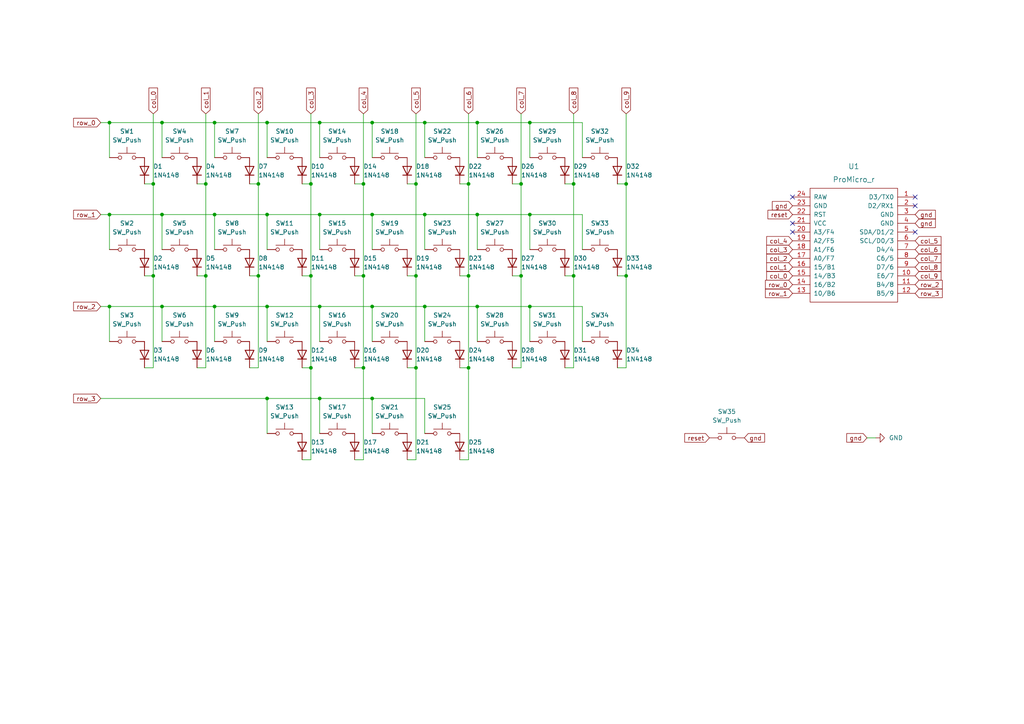
<source format=kicad_sch>
(kicad_sch (version 20210621) (generator eeschema)
  (paper "A4")
  (lib_symbols
    (symbol "Diode:1N4148" (pin_numbers hide) (pin_names (offset 1.016) hide)
      (property "Reference" "D" (at 0 2.54 0))
      (property "Value" "1N4148" (at 0 -2.54 0))
      (symbol "1N4148_0_1"
        (polyline (pts (xy -1.27 1.27) (xy -1.27 -1.27)) (stroke (width 0.254)))
        (polyline (pts (xy 1.27 0) (xy -1.27 0)))
        (polyline (pts (xy 1.27 1.27) (xy 1.27 -1.27) (xy -1.27 0) (xy 1.27 1.27)) (stroke (width 0.254)))
      )
      (symbol "1N4148_1_1"
        (pin passive line (at -3.81 0 0) (length 2.54) (name "K") (number "1"))
        (pin passive line (at 3.81 0 180) (length 2.54) (name "A") (number "2"))
      )
    )
    (symbol "Switch:SW_Push" (pin_numbers hide) (pin_names (offset 1.016) hide)
      (property "Reference" "SW" (at 1.27 2.54 0))
      (property "Value" "SW_Push" (at 0 -1.524 0))
      (symbol "SW_Push_0_1"
        (circle (center -2.032 0) (radius 0.508))
        (circle (center 2.032 0) (radius 0.508))
        (polyline (pts (xy 0 1.27) (xy 0 3.048)))
        (polyline (pts (xy 2.54 1.27) (xy -2.54 1.27)))
        (pin passive line (at -5.08 0 0) (length 2.54) (name "1") (number "1"))
        (pin passive line (at 5.08 0 180) (length 2.54) (name "2") (number "2"))
      )
    )
    (symbol "kbd:ProMicro_r" (pin_names (offset 1.016))
      (property "Reference" "U" (at 1.27 22.86 0))
      (property "Value" "ProMicro_r" (at 1.27 -15.24 0))
      (symbol "ProMicro_r_0_1"
        (rectangle (start 13.97 20.32) (end -11.43 -12.7))
      )
      (symbol "ProMicro_r_1_1"
        (pin bidirectional line (at 19.05 17.78 180) (length 5.08) (name "D3/TX0") (number "1"))
        (pin bidirectional line (at 19.05 -5.08 180) (length 5.08) (name "E6/7") (number "10"))
        (pin bidirectional line (at 19.05 -7.62 180) (length 5.08) (name "B4/8") (number "11"))
        (pin bidirectional line (at 19.05 -10.16 180) (length 5.08) (name "B5/9") (number "12"))
        (pin bidirectional line (at -16.51 -10.16 0) (length 5.08) (name "10/B6") (number "13"))
        (pin bidirectional line (at -16.51 -7.62 0) (length 5.08) (name "16/B2") (number "14"))
        (pin bidirectional line (at -16.51 -5.08 0) (length 5.08) (name "14/B3") (number "15"))
        (pin bidirectional line (at -16.51 -2.54 0) (length 5.08) (name "15/B1") (number "16"))
        (pin bidirectional line (at -16.51 0 0) (length 5.08) (name "A0/F7") (number "17"))
        (pin bidirectional line (at -16.51 2.54 0) (length 5.08) (name "A1/F6") (number "18"))
        (pin bidirectional line (at -16.51 5.08 0) (length 5.08) (name "A2/F5") (number "19"))
        (pin bidirectional line (at 19.05 15.24 180) (length 5.08) (name "D2/RX1") (number "2"))
        (pin bidirectional line (at -16.51 7.62 0) (length 5.08) (name "A3/F4") (number "20"))
        (pin power_in line (at -16.51 10.16 0) (length 5.08) (name "VCC") (number "21"))
        (pin input line (at -16.51 12.7 0) (length 5.08) (name "RST") (number "22"))
        (pin power_in line (at -16.51 15.24 0) (length 5.08) (name "GND") (number "23"))
        (pin power_out line (at -16.51 17.78 0) (length 5.08) (name "RAW") (number "24"))
        (pin power_in line (at 19.05 12.7 180) (length 5.08) (name "GND") (number "3"))
        (pin power_in line (at 19.05 10.16 180) (length 5.08) (name "GND") (number "4"))
        (pin bidirectional line (at 19.05 7.62 180) (length 5.08) (name "SDA/D1/2") (number "5"))
        (pin bidirectional line (at 19.05 5.08 180) (length 5.08) (name "SCL/D0/3") (number "6"))
        (pin bidirectional line (at 19.05 2.54 180) (length 5.08) (name "D4/4") (number "7"))
        (pin bidirectional line (at 19.05 0 180) (length 5.08) (name "C6/5") (number "8"))
        (pin bidirectional line (at 19.05 -2.54 180) (length 5.08) (name "D7/6") (number "9"))
      )
    )
    (symbol "power:GND" (power) (pin_names (offset 0))
      (property "Value" "GND" (at 0 -3.81 0))
      (symbol "GND_0_1"
        (polyline (pts (xy 0 0) (xy 0 -1.27) (xy 1.27 -1.27) (xy 0 -2.54) (xy -1.27 -1.27) (xy 0 -1.27)))
      )
      (symbol "GND_1_1"
        (pin power_in line (at 0 0 270) (length 0) hide (name "GND") (number "1"))
      )
    )
  )
  (junction (at 31.75 35.56))
  (junction (at 31.75 62.23))
  (junction (at 31.75 88.9))
  (junction (at 44.45 53.34))
  (junction (at 44.45 80.01))
  (junction (at 46.99 35.56))
  (junction (at 46.99 62.23))
  (junction (at 46.99 88.9))
  (junction (at 59.69 53.34))
  (junction (at 59.69 80.01))
  (junction (at 62.23 35.56))
  (junction (at 62.23 62.23))
  (junction (at 62.23 88.9))
  (junction (at 74.93 53.34))
  (junction (at 74.93 80.01))
  (junction (at 77.47 35.56))
  (junction (at 77.47 62.23))
  (junction (at 77.47 88.9))
  (junction (at 77.47 115.57))
  (junction (at 90.17 53.34))
  (junction (at 90.17 80.01))
  (junction (at 90.17 106.68))
  (junction (at 92.71 35.56))
  (junction (at 92.71 62.23))
  (junction (at 92.71 88.9))
  (junction (at 92.71 115.57))
  (junction (at 105.41 53.34))
  (junction (at 105.41 80.01))
  (junction (at 105.41 106.68))
  (junction (at 107.95 35.56))
  (junction (at 107.95 62.23))
  (junction (at 107.95 88.9))
  (junction (at 107.95 115.57))
  (junction (at 120.65 53.34))
  (junction (at 120.65 80.01))
  (junction (at 120.65 106.68))
  (junction (at 123.19 35.56))
  (junction (at 123.19 62.23))
  (junction (at 123.19 88.9))
  (junction (at 135.89 53.34))
  (junction (at 135.89 80.01))
  (junction (at 135.89 106.68))
  (junction (at 138.43 35.56))
  (junction (at 138.43 62.23))
  (junction (at 138.43 88.9))
  (junction (at 151.13 53.34))
  (junction (at 151.13 80.01))
  (junction (at 153.67 35.56))
  (junction (at 153.67 62.23))
  (junction (at 153.67 88.9))
  (junction (at 166.37 53.34))
  (junction (at 166.37 80.01))
  (junction (at 181.61 53.34))
  (junction (at 181.61 80.01))
  (no_connect (at 229.87 57.15))
  (no_connect (at 229.87 64.77))
  (no_connect (at 229.87 67.31))
  (no_connect (at 265.43 57.15))
  (no_connect (at 265.43 59.69))
  (no_connect (at 265.43 67.31))
  (wire (pts (xy 29.21 35.56) (xy 31.75 35.56)))
  (wire (pts (xy 29.21 62.23) (xy 31.75 62.23)))
  (wire (pts (xy 29.21 88.9) (xy 31.75 88.9)))
  (wire (pts (xy 29.21 115.57) (xy 77.47 115.57)))
  (wire (pts (xy 31.75 35.56) (xy 46.99 35.56)))
  (wire (pts (xy 31.75 45.72) (xy 31.75 35.56)))
  (wire (pts (xy 31.75 62.23) (xy 46.99 62.23)))
  (wire (pts (xy 31.75 72.39) (xy 31.75 62.23)))
  (wire (pts (xy 31.75 88.9) (xy 46.99 88.9)))
  (wire (pts (xy 31.75 99.06) (xy 31.75 88.9)))
  (wire (pts (xy 41.91 106.68) (xy 44.45 106.68)))
  (wire (pts (xy 44.45 33.02) (xy 44.45 53.34)))
  (wire (pts (xy 44.45 53.34) (xy 41.91 53.34)))
  (wire (pts (xy 44.45 80.01) (xy 41.91 80.01)))
  (wire (pts (xy 44.45 80.01) (xy 44.45 53.34)))
  (wire (pts (xy 44.45 106.68) (xy 44.45 80.01)))
  (wire (pts (xy 46.99 35.56) (xy 46.99 45.72)))
  (wire (pts (xy 46.99 35.56) (xy 62.23 35.56)))
  (wire (pts (xy 46.99 62.23) (xy 46.99 72.39)))
  (wire (pts (xy 46.99 62.23) (xy 62.23 62.23)))
  (wire (pts (xy 46.99 88.9) (xy 46.99 99.06)))
  (wire (pts (xy 46.99 88.9) (xy 62.23 88.9)))
  (wire (pts (xy 57.15 53.34) (xy 59.69 53.34)))
  (wire (pts (xy 59.69 33.02) (xy 59.69 53.34)))
  (wire (pts (xy 59.69 53.34) (xy 59.69 80.01)))
  (wire (pts (xy 59.69 80.01) (xy 57.15 80.01)))
  (wire (pts (xy 59.69 80.01) (xy 59.69 106.68)))
  (wire (pts (xy 59.69 106.68) (xy 57.15 106.68)))
  (wire (pts (xy 62.23 35.56) (xy 62.23 45.72)))
  (wire (pts (xy 62.23 35.56) (xy 77.47 35.56)))
  (wire (pts (xy 62.23 62.23) (xy 62.23 72.39)))
  (wire (pts (xy 62.23 62.23) (xy 77.47 62.23)))
  (wire (pts (xy 62.23 88.9) (xy 62.23 99.06)))
  (wire (pts (xy 62.23 88.9) (xy 77.47 88.9)))
  (wire (pts (xy 72.39 106.68) (xy 74.93 106.68)))
  (wire (pts (xy 74.93 33.02) (xy 74.93 53.34)))
  (wire (pts (xy 74.93 53.34) (xy 72.39 53.34)))
  (wire (pts (xy 74.93 80.01) (xy 72.39 80.01)))
  (wire (pts (xy 74.93 80.01) (xy 74.93 53.34)))
  (wire (pts (xy 74.93 106.68) (xy 74.93 80.01)))
  (wire (pts (xy 77.47 35.56) (xy 77.47 45.72)))
  (wire (pts (xy 77.47 35.56) (xy 92.71 35.56)))
  (wire (pts (xy 77.47 62.23) (xy 77.47 72.39)))
  (wire (pts (xy 77.47 62.23) (xy 92.71 62.23)))
  (wire (pts (xy 77.47 88.9) (xy 77.47 99.06)))
  (wire (pts (xy 77.47 88.9) (xy 92.71 88.9)))
  (wire (pts (xy 77.47 115.57) (xy 92.71 115.57)))
  (wire (pts (xy 77.47 125.73) (xy 77.47 115.57)))
  (wire (pts (xy 87.63 133.35) (xy 90.17 133.35)))
  (wire (pts (xy 90.17 33.02) (xy 90.17 53.34)))
  (wire (pts (xy 90.17 53.34) (xy 87.63 53.34)))
  (wire (pts (xy 90.17 80.01) (xy 87.63 80.01)))
  (wire (pts (xy 90.17 80.01) (xy 90.17 53.34)))
  (wire (pts (xy 90.17 106.68) (xy 87.63 106.68)))
  (wire (pts (xy 90.17 106.68) (xy 90.17 80.01)))
  (wire (pts (xy 90.17 133.35) (xy 90.17 106.68)))
  (wire (pts (xy 92.71 35.56) (xy 92.71 45.72)))
  (wire (pts (xy 92.71 35.56) (xy 107.95 35.56)))
  (wire (pts (xy 92.71 62.23) (xy 92.71 72.39)))
  (wire (pts (xy 92.71 62.23) (xy 107.95 62.23)))
  (wire (pts (xy 92.71 88.9) (xy 92.71 99.06)))
  (wire (pts (xy 92.71 88.9) (xy 107.95 88.9)))
  (wire (pts (xy 92.71 115.57) (xy 92.71 125.73)))
  (wire (pts (xy 92.71 115.57) (xy 107.95 115.57)))
  (wire (pts (xy 102.87 53.34) (xy 105.41 53.34)))
  (wire (pts (xy 105.41 33.02) (xy 105.41 53.34)))
  (wire (pts (xy 105.41 53.34) (xy 105.41 80.01)))
  (wire (pts (xy 105.41 80.01) (xy 102.87 80.01)))
  (wire (pts (xy 105.41 80.01) (xy 105.41 106.68)))
  (wire (pts (xy 105.41 106.68) (xy 102.87 106.68)))
  (wire (pts (xy 105.41 106.68) (xy 105.41 133.35)))
  (wire (pts (xy 105.41 133.35) (xy 102.87 133.35)))
  (wire (pts (xy 107.95 35.56) (xy 107.95 45.72)))
  (wire (pts (xy 107.95 35.56) (xy 123.19 35.56)))
  (wire (pts (xy 107.95 62.23) (xy 107.95 72.39)))
  (wire (pts (xy 107.95 62.23) (xy 123.19 62.23)))
  (wire (pts (xy 107.95 88.9) (xy 107.95 99.06)))
  (wire (pts (xy 107.95 88.9) (xy 123.19 88.9)))
  (wire (pts (xy 107.95 115.57) (xy 107.95 125.73)))
  (wire (pts (xy 107.95 115.57) (xy 123.19 115.57)))
  (wire (pts (xy 118.11 133.35) (xy 120.65 133.35)))
  (wire (pts (xy 120.65 33.02) (xy 120.65 53.34)))
  (wire (pts (xy 120.65 53.34) (xy 118.11 53.34)))
  (wire (pts (xy 120.65 80.01) (xy 118.11 80.01)))
  (wire (pts (xy 120.65 80.01) (xy 120.65 53.34)))
  (wire (pts (xy 120.65 106.68) (xy 118.11 106.68)))
  (wire (pts (xy 120.65 106.68) (xy 120.65 80.01)))
  (wire (pts (xy 120.65 133.35) (xy 120.65 106.68)))
  (wire (pts (xy 123.19 35.56) (xy 123.19 45.72)))
  (wire (pts (xy 123.19 35.56) (xy 138.43 35.56)))
  (wire (pts (xy 123.19 62.23) (xy 123.19 72.39)))
  (wire (pts (xy 123.19 62.23) (xy 138.43 62.23)))
  (wire (pts (xy 123.19 88.9) (xy 123.19 99.06)))
  (wire (pts (xy 123.19 88.9) (xy 138.43 88.9)))
  (wire (pts (xy 123.19 115.57) (xy 123.19 125.73)))
  (wire (pts (xy 133.35 53.34) (xy 135.89 53.34)))
  (wire (pts (xy 135.89 33.02) (xy 135.89 53.34)))
  (wire (pts (xy 135.89 53.34) (xy 135.89 80.01)))
  (wire (pts (xy 135.89 80.01) (xy 133.35 80.01)))
  (wire (pts (xy 135.89 80.01) (xy 135.89 106.68)))
  (wire (pts (xy 135.89 106.68) (xy 133.35 106.68)))
  (wire (pts (xy 135.89 106.68) (xy 135.89 133.35)))
  (wire (pts (xy 135.89 133.35) (xy 133.35 133.35)))
  (wire (pts (xy 138.43 35.56) (xy 138.43 45.72)))
  (wire (pts (xy 138.43 35.56) (xy 153.67 35.56)))
  (wire (pts (xy 138.43 62.23) (xy 138.43 72.39)))
  (wire (pts (xy 138.43 62.23) (xy 153.67 62.23)))
  (wire (pts (xy 138.43 88.9) (xy 138.43 99.06)))
  (wire (pts (xy 138.43 88.9) (xy 153.67 88.9)))
  (wire (pts (xy 148.59 53.34) (xy 151.13 53.34)))
  (wire (pts (xy 151.13 33.02) (xy 151.13 53.34)))
  (wire (pts (xy 151.13 53.34) (xy 151.13 80.01)))
  (wire (pts (xy 151.13 80.01) (xy 148.59 80.01)))
  (wire (pts (xy 151.13 80.01) (xy 151.13 106.68)))
  (wire (pts (xy 151.13 106.68) (xy 148.59 106.68)))
  (wire (pts (xy 153.67 35.56) (xy 153.67 45.72)))
  (wire (pts (xy 153.67 35.56) (xy 168.91 35.56)))
  (wire (pts (xy 153.67 62.23) (xy 153.67 72.39)))
  (wire (pts (xy 153.67 62.23) (xy 168.91 62.23)))
  (wire (pts (xy 153.67 88.9) (xy 153.67 99.06)))
  (wire (pts (xy 153.67 88.9) (xy 168.91 88.9)))
  (wire (pts (xy 163.83 53.34) (xy 166.37 53.34)))
  (wire (pts (xy 166.37 33.02) (xy 166.37 53.34)))
  (wire (pts (xy 166.37 53.34) (xy 166.37 80.01)))
  (wire (pts (xy 166.37 80.01) (xy 163.83 80.01)))
  (wire (pts (xy 166.37 80.01) (xy 166.37 106.68)))
  (wire (pts (xy 166.37 106.68) (xy 163.83 106.68)))
  (wire (pts (xy 168.91 35.56) (xy 168.91 45.72)))
  (wire (pts (xy 168.91 62.23) (xy 168.91 72.39)))
  (wire (pts (xy 168.91 88.9) (xy 168.91 99.06)))
  (wire (pts (xy 179.07 53.34) (xy 181.61 53.34)))
  (wire (pts (xy 181.61 33.02) (xy 181.61 53.34)))
  (wire (pts (xy 181.61 53.34) (xy 181.61 80.01)))
  (wire (pts (xy 181.61 80.01) (xy 179.07 80.01)))
  (wire (pts (xy 181.61 80.01) (xy 181.61 106.68)))
  (wire (pts (xy 181.61 106.68) (xy 179.07 106.68)))
  (wire (pts (xy 251.46 127) (xy 254 127)))
  (global_label "row_0" (shape input) (at 29.21 35.56 180) (property "Intersheet References" "${INTERSHEET_REFS}" (effects hide)))
  (global_label "row_1" (shape input) (at 29.21 62.23 180) (property "Intersheet References" "${INTERSHEET_REFS}" (effects hide)))
  (global_label "row_2" (shape input) (at 29.21 88.9 180) (property "Intersheet References" "${INTERSHEET_REFS}" (effects hide)))
  (global_label "row_3" (shape input) (at 29.21 115.57 180) (property "Intersheet References" "${INTERSHEET_REFS}" (effects hide)))
  (global_label "col_0" (shape input) (at 44.45 33.02 90) (property "Intersheet References" "${INTERSHEET_REFS}" (effects hide)))
  (global_label "col_1" (shape input) (at 59.69 33.02 90) (property "Intersheet References" "${INTERSHEET_REFS}" (effects hide)))
  (global_label "col_2" (shape input) (at 74.93 33.02 90) (property "Intersheet References" "${INTERSHEET_REFS}" (effects hide)))
  (global_label "col_3" (shape input) (at 90.17 33.02 90) (property "Intersheet References" "${INTERSHEET_REFS}" (effects hide)))
  (global_label "col_4" (shape input) (at 105.41 33.02 90) (property "Intersheet References" "${INTERSHEET_REFS}" (effects hide)))
  (global_label "col_5" (shape input) (at 120.65 33.02 90) (property "Intersheet References" "${INTERSHEET_REFS}" (effects hide)))
  (global_label "col_6" (shape input) (at 135.89 33.02 90) (property "Intersheet References" "${INTERSHEET_REFS}" (effects hide)))
  (global_label "col_7" (shape input) (at 151.13 33.02 90) (property "Intersheet References" "${INTERSHEET_REFS}" (effects hide)))
  (global_label "col_8" (shape input) (at 166.37 33.02 90) (property "Intersheet References" "${INTERSHEET_REFS}" (effects hide)))
  (global_label "col_9" (shape input) (at 181.61 33.02 90) (property "Intersheet References" "${INTERSHEET_REFS}" (effects hide)))
  (global_label "reset" (shape input) (at 205.74 127 180) (property "Intersheet References" "${INTERSHEET_REFS}" (effects hide)))
  (global_label "gnd" (shape input) (at 215.9 127 0) (property "Intersheet References" "${INTERSHEET_REFS}" (effects hide)))
  (global_label "gnd" (shape input) (at 229.87 59.69 180) (property "Intersheet References" "${INTERSHEET_REFS}" (effects hide)))
  (global_label "reset" (shape input) (at 229.87 62.23 180) (property "Intersheet References" "${INTERSHEET_REFS}" (effects hide)))
  (global_label "col_4" (shape input) (at 229.87 69.85 180) (property "Intersheet References" "${INTERSHEET_REFS}" (effects hide)))
  (global_label "col_3" (shape input) (at 229.87 72.39 180) (property "Intersheet References" "${INTERSHEET_REFS}" (effects hide)))
  (global_label "col_2" (shape input) (at 229.87 74.93 180) (property "Intersheet References" "${INTERSHEET_REFS}" (effects hide)))
  (global_label "col_1" (shape input) (at 229.87 77.47 180) (property "Intersheet References" "${INTERSHEET_REFS}" (effects hide)))
  (global_label "col_0" (shape input) (at 229.87 80.01 180) (property "Intersheet References" "${INTERSHEET_REFS}" (effects hide)))
  (global_label "row_0" (shape input) (at 229.87 82.55 180) (property "Intersheet References" "${INTERSHEET_REFS}" (effects hide)))
  (global_label "row_1" (shape input) (at 229.87 85.09 180) (property "Intersheet References" "${INTERSHEET_REFS}" (effects hide)))
  (global_label "gnd" (shape input) (at 251.46 127 180) (property "Intersheet References" "${INTERSHEET_REFS}" (effects hide)))
  (global_label "gnd" (shape input) (at 265.43 62.23 0) (property "Intersheet References" "${INTERSHEET_REFS}" (effects hide)))
  (global_label "gnd" (shape input) (at 265.43 64.77 0) (property "Intersheet References" "${INTERSHEET_REFS}" (effects hide)))
  (global_label "col_5" (shape input) (at 265.43 69.85 0) (property "Intersheet References" "${INTERSHEET_REFS}" (effects hide)))
  (global_label "col_6" (shape input) (at 265.43 72.39 0) (property "Intersheet References" "${INTERSHEET_REFS}" (effects hide)))
  (global_label "col_7" (shape input) (at 265.43 74.93 0) (property "Intersheet References" "${INTERSHEET_REFS}" (effects hide)))
  (global_label "col_8" (shape input) (at 265.43 77.47 0) (property "Intersheet References" "${INTERSHEET_REFS}" (effects hide)))
  (global_label "col_9" (shape input) (at 265.43 80.01 0) (property "Intersheet References" "${INTERSHEET_REFS}" (effects hide)))
  (global_label "row_2" (shape input) (at 265.43 82.55 0) (property "Intersheet References" "${INTERSHEET_REFS}" (effects hide)))
  (global_label "row_3" (shape input) (at 265.43 85.09 0) (property "Intersheet References" "${INTERSHEET_REFS}" (effects hide)))
  (symbol (lib_id "power:GND") (at 254 127 90) (unit 1)
    (property "Reference" "#PWR0101" (effects hide))
    (property "Value" "GND" (at 257.81 126.9999 90) (effects (justify right)))
  )
  (symbol (lib_id "Diode:1N4148") (at 41.91 49.53 90) (unit 1)
    (property "Reference" "D1" (at 44.45 48.2599 90) (effects (justify right)))
    (property "Value" "1N4148" (at 44.45 50.7999 90) (effects (justify right)))
    (property "Footprint" "Diode_SMD:D_SOD-123" (effects hide))
    (property "Datasheet" "https://assets.nexperia.com/documents/data-sheet/1N4148_1N4448.pdf" (effects hide))
  )
  (symbol (lib_id "Diode:1N4148") (at 41.91 76.2 90) (unit 1)
    (property "Reference" "D2" (at 44.45 74.9299 90) (effects (justify right)))
    (property "Value" "1N4148" (at 44.45 77.4699 90) (effects (justify right)))
    (property "Footprint" "Diode_SMD:D_SOD-123" (effects hide))
    (property "Datasheet" "https://assets.nexperia.com/documents/data-sheet/1N4148_1N4448.pdf" (effects hide))
  )
  (symbol (lib_id "Diode:1N4148") (at 41.91 102.87 90) (unit 1)
    (property "Reference" "D3" (at 44.45 101.5999 90) (effects (justify right)))
    (property "Value" "1N4148" (at 44.45 104.1399 90) (effects (justify right)))
    (property "Footprint" "Diode_SMD:D_SOD-123" (effects hide))
    (property "Datasheet" "https://assets.nexperia.com/documents/data-sheet/1N4148_1N4448.pdf" (effects hide))
  )
  (symbol (lib_id "Diode:1N4148") (at 57.15 49.53 90) (unit 1)
    (property "Reference" "D4" (at 59.69 48.2599 90) (effects (justify right)))
    (property "Value" "1N4148" (at 59.69 50.7999 90) (effects (justify right)))
    (property "Footprint" "Diode_SMD:D_SOD-123" (effects hide))
    (property "Datasheet" "https://assets.nexperia.com/documents/data-sheet/1N4148_1N4448.pdf" (effects hide))
  )
  (symbol (lib_id "Diode:1N4148") (at 57.15 76.2 90) (unit 1)
    (property "Reference" "D5" (at 59.69 74.9299 90) (effects (justify right)))
    (property "Value" "1N4148" (at 59.69 77.4699 90) (effects (justify right)))
    (property "Footprint" "Diode_SMD:D_SOD-123" (effects hide))
    (property "Datasheet" "https://assets.nexperia.com/documents/data-sheet/1N4148_1N4448.pdf" (effects hide))
  )
  (symbol (lib_id "Diode:1N4148") (at 57.15 102.87 90) (unit 1)
    (property "Reference" "D6" (at 59.69 101.5999 90) (effects (justify right)))
    (property "Value" "1N4148" (at 59.69 104.1399 90) (effects (justify right)))
    (property "Footprint" "Diode_SMD:D_SOD-123" (effects hide))
    (property "Datasheet" "https://assets.nexperia.com/documents/data-sheet/1N4148_1N4448.pdf" (effects hide))
  )
  (symbol (lib_id "Diode:1N4148") (at 72.39 49.53 90) (unit 1)
    (property "Reference" "D7" (at 74.93 48.2599 90) (effects (justify right)))
    (property "Value" "1N4148" (at 74.93 50.7999 90) (effects (justify right)))
    (property "Footprint" "Diode_SMD:D_SOD-123" (effects hide))
    (property "Datasheet" "https://assets.nexperia.com/documents/data-sheet/1N4148_1N4448.pdf" (effects hide))
  )
  (symbol (lib_id "Diode:1N4148") (at 72.39 76.2 90) (unit 1)
    (property "Reference" "D8" (at 74.93 74.9299 90) (effects (justify right)))
    (property "Value" "1N4148" (at 74.93 77.4699 90) (effects (justify right)))
    (property "Footprint" "Diode_SMD:D_SOD-123" (effects hide))
    (property "Datasheet" "https://assets.nexperia.com/documents/data-sheet/1N4148_1N4448.pdf" (effects hide))
  )
  (symbol (lib_id "Diode:1N4148") (at 72.39 102.87 90) (unit 1)
    (property "Reference" "D9" (at 74.93 101.5999 90) (effects (justify right)))
    (property "Value" "1N4148" (at 74.93 104.1399 90) (effects (justify right)))
    (property "Footprint" "Diode_SMD:D_SOD-123" (effects hide))
    (property "Datasheet" "https://assets.nexperia.com/documents/data-sheet/1N4148_1N4448.pdf" (effects hide))
  )
  (symbol (lib_id "Diode:1N4148") (at 87.63 49.53 90) (unit 1)
    (property "Reference" "D10" (at 90.17 48.2599 90) (effects (justify right)))
    (property "Value" "1N4148" (at 90.17 50.7999 90) (effects (justify right)))
    (property "Footprint" "Diode_SMD:D_SOD-123" (effects hide))
    (property "Datasheet" "https://assets.nexperia.com/documents/data-sheet/1N4148_1N4448.pdf" (effects hide))
  )
  (symbol (lib_id "Diode:1N4148") (at 87.63 76.2 90) (unit 1)
    (property "Reference" "D11" (at 90.17 74.9299 90) (effects (justify right)))
    (property "Value" "1N4148" (at 90.17 77.4699 90) (effects (justify right)))
    (property "Footprint" "Diode_SMD:D_SOD-123" (effects hide))
    (property "Datasheet" "https://assets.nexperia.com/documents/data-sheet/1N4148_1N4448.pdf" (effects hide))
  )
  (symbol (lib_id "Diode:1N4148") (at 87.63 102.87 90) (unit 1)
    (property "Reference" "D12" (at 90.17 101.5999 90) (effects (justify right)))
    (property "Value" "1N4148" (at 90.17 104.1399 90) (effects (justify right)))
    (property "Footprint" "Diode_SMD:D_SOD-123" (effects hide))
    (property "Datasheet" "https://assets.nexperia.com/documents/data-sheet/1N4148_1N4448.pdf" (effects hide))
  )
  (symbol (lib_id "Diode:1N4148") (at 87.63 129.54 90) (unit 1)
    (property "Reference" "D13" (at 90.17 128.2699 90) (effects (justify right)))
    (property "Value" "1N4148" (at 90.17 130.8099 90) (effects (justify right)))
    (property "Footprint" "Diode_SMD:D_SOD-123" (effects hide))
    (property "Datasheet" "https://assets.nexperia.com/documents/data-sheet/1N4148_1N4448.pdf" (effects hide))
  )
  (symbol (lib_id "Diode:1N4148") (at 102.87 49.53 90) (unit 1)
    (property "Reference" "D14" (at 105.41 48.2599 90) (effects (justify right)))
    (property "Value" "1N4148" (at 105.41 50.7999 90) (effects (justify right)))
    (property "Footprint" "Diode_SMD:D_SOD-123" (effects hide))
    (property "Datasheet" "https://assets.nexperia.com/documents/data-sheet/1N4148_1N4448.pdf" (effects hide))
  )
  (symbol (lib_id "Diode:1N4148") (at 102.87 76.2 90) (unit 1)
    (property "Reference" "D15" (at 105.41 74.9299 90) (effects (justify right)))
    (property "Value" "1N4148" (at 105.41 77.4699 90) (effects (justify right)))
    (property "Footprint" "Diode_SMD:D_SOD-123" (effects hide))
    (property "Datasheet" "https://assets.nexperia.com/documents/data-sheet/1N4148_1N4448.pdf" (effects hide))
  )
  (symbol (lib_id "Diode:1N4148") (at 102.87 102.87 90) (unit 1)
    (property "Reference" "D16" (at 105.41 101.5999 90) (effects (justify right)))
    (property "Value" "1N4148" (at 105.41 104.1399 90) (effects (justify right)))
    (property "Footprint" "Diode_SMD:D_SOD-123" (effects hide))
    (property "Datasheet" "https://assets.nexperia.com/documents/data-sheet/1N4148_1N4448.pdf" (effects hide))
  )
  (symbol (lib_id "Diode:1N4148") (at 102.87 129.54 90) (unit 1)
    (property "Reference" "D17" (at 105.41 128.2699 90) (effects (justify right)))
    (property "Value" "1N4148" (at 105.41 130.8099 90) (effects (justify right)))
    (property "Footprint" "Diode_SMD:D_SOD-123" (effects hide))
    (property "Datasheet" "https://assets.nexperia.com/documents/data-sheet/1N4148_1N4448.pdf" (effects hide))
  )
  (symbol (lib_id "Diode:1N4148") (at 118.11 49.53 90) (unit 1)
    (property "Reference" "D18" (at 120.65 48.2599 90) (effects (justify right)))
    (property "Value" "1N4148" (at 120.65 50.7999 90) (effects (justify right)))
    (property "Footprint" "Diode_SMD:D_SOD-123" (effects hide))
    (property "Datasheet" "https://assets.nexperia.com/documents/data-sheet/1N4148_1N4448.pdf" (effects hide))
  )
  (symbol (lib_id "Diode:1N4148") (at 118.11 76.2 90) (unit 1)
    (property "Reference" "D19" (at 120.65 74.9299 90) (effects (justify right)))
    (property "Value" "1N4148" (at 120.65 77.4699 90) (effects (justify right)))
    (property "Footprint" "Diode_SMD:D_SOD-123" (effects hide))
    (property "Datasheet" "https://assets.nexperia.com/documents/data-sheet/1N4148_1N4448.pdf" (effects hide))
  )
  (symbol (lib_id "Diode:1N4148") (at 118.11 102.87 90) (unit 1)
    (property "Reference" "D20" (at 120.65 101.5999 90) (effects (justify right)))
    (property "Value" "1N4148" (at 120.65 104.1399 90) (effects (justify right)))
    (property "Footprint" "Diode_SMD:D_SOD-123" (effects hide))
    (property "Datasheet" "https://assets.nexperia.com/documents/data-sheet/1N4148_1N4448.pdf" (effects hide))
  )
  (symbol (lib_id "Diode:1N4148") (at 118.11 129.54 90) (unit 1)
    (property "Reference" "D21" (at 120.65 128.2699 90) (effects (justify right)))
    (property "Value" "1N4148" (at 120.65 130.8099 90) (effects (justify right)))
    (property "Footprint" "Diode_SMD:D_SOD-123" (effects hide))
    (property "Datasheet" "https://assets.nexperia.com/documents/data-sheet/1N4148_1N4448.pdf" (effects hide))
  )
  (symbol (lib_id "Diode:1N4148") (at 133.35 49.53 90) (unit 1)
    (property "Reference" "D22" (at 135.89 48.2599 90) (effects (justify right)))
    (property "Value" "1N4148" (at 135.89 50.7999 90) (effects (justify right)))
    (property "Footprint" "Diode_SMD:D_SOD-123" (effects hide))
    (property "Datasheet" "https://assets.nexperia.com/documents/data-sheet/1N4148_1N4448.pdf" (effects hide))
  )
  (symbol (lib_id "Diode:1N4148") (at 133.35 76.2 90) (unit 1)
    (property "Reference" "D23" (at 135.89 74.9299 90) (effects (justify right)))
    (property "Value" "1N4148" (at 135.89 77.4699 90) (effects (justify right)))
    (property "Footprint" "Diode_SMD:D_SOD-123" (effects hide))
    (property "Datasheet" "https://assets.nexperia.com/documents/data-sheet/1N4148_1N4448.pdf" (effects hide))
  )
  (symbol (lib_id "Diode:1N4148") (at 133.35 102.87 90) (unit 1)
    (property "Reference" "D24" (at 135.89 101.5999 90) (effects (justify right)))
    (property "Value" "1N4148" (at 135.89 104.1399 90) (effects (justify right)))
    (property "Footprint" "Diode_SMD:D_SOD-123" (effects hide))
    (property "Datasheet" "https://assets.nexperia.com/documents/data-sheet/1N4148_1N4448.pdf" (effects hide))
  )
  (symbol (lib_id "Diode:1N4148") (at 133.35 129.54 90) (unit 1)
    (property "Reference" "D25" (at 135.89 128.2699 90) (effects (justify right)))
    (property "Value" "1N4148" (at 135.89 130.8099 90) (effects (justify right)))
    (property "Footprint" "Diode_SMD:D_SOD-123" (effects hide))
    (property "Datasheet" "https://assets.nexperia.com/documents/data-sheet/1N4148_1N4448.pdf" (effects hide))
  )
  (symbol (lib_id "Diode:1N4148") (at 148.59 49.53 90) (unit 1)
    (property "Reference" "D26" (at 151.13 48.2599 90) (effects (justify right)))
    (property "Value" "1N4148" (at 151.13 50.7999 90) (effects (justify right)))
    (property "Footprint" "Diode_SMD:D_SOD-123" (effects hide))
    (property "Datasheet" "https://assets.nexperia.com/documents/data-sheet/1N4148_1N4448.pdf" (effects hide))
  )
  (symbol (lib_id "Diode:1N4148") (at 148.59 76.2 90) (unit 1)
    (property "Reference" "D27" (at 151.13 74.9299 90) (effects (justify right)))
    (property "Value" "1N4148" (at 151.13 77.4699 90) (effects (justify right)))
    (property "Footprint" "Diode_SMD:D_SOD-123" (effects hide))
    (property "Datasheet" "https://assets.nexperia.com/documents/data-sheet/1N4148_1N4448.pdf" (effects hide))
  )
  (symbol (lib_id "Diode:1N4148") (at 148.59 102.87 90) (unit 1)
    (property "Reference" "D28" (at 151.13 101.5999 90) (effects (justify right)))
    (property "Value" "1N4148" (at 151.13 104.1399 90) (effects (justify right)))
    (property "Footprint" "Diode_SMD:D_SOD-123" (effects hide))
    (property "Datasheet" "https://assets.nexperia.com/documents/data-sheet/1N4148_1N4448.pdf" (effects hide))
  )
  (symbol (lib_id "Diode:1N4148") (at 163.83 49.53 90) (unit 1)
    (property "Reference" "D29" (at 166.37 48.2599 90) (effects (justify right)))
    (property "Value" "1N4148" (at 166.37 50.7999 90) (effects (justify right)))
    (property "Footprint" "Diode_SMD:D_SOD-123" (effects hide))
    (property "Datasheet" "https://assets.nexperia.com/documents/data-sheet/1N4148_1N4448.pdf" (effects hide))
  )
  (symbol (lib_id "Diode:1N4148") (at 163.83 76.2 90) (unit 1)
    (property "Reference" "D30" (at 166.37 74.9299 90) (effects (justify right)))
    (property "Value" "1N4148" (at 166.37 77.4699 90) (effects (justify right)))
    (property "Footprint" "Diode_SMD:D_SOD-123" (effects hide))
    (property "Datasheet" "https://assets.nexperia.com/documents/data-sheet/1N4148_1N4448.pdf" (effects hide))
  )
  (symbol (lib_id "Diode:1N4148") (at 163.83 102.87 90) (unit 1)
    (property "Reference" "D31" (at 166.37 101.5999 90) (effects (justify right)))
    (property "Value" "1N4148" (at 166.37 104.1399 90) (effects (justify right)))
    (property "Footprint" "Diode_SMD:D_SOD-123" (effects hide))
    (property "Datasheet" "https://assets.nexperia.com/documents/data-sheet/1N4148_1N4448.pdf" (effects hide))
  )
  (symbol (lib_id "Diode:1N4148") (at 179.07 49.53 90) (unit 1)
    (property "Reference" "D32" (at 181.61 48.2599 90) (effects (justify right)))
    (property "Value" "1N4148" (at 181.61 50.7999 90) (effects (justify right)))
    (property "Footprint" "Diode_SMD:D_SOD-123" (effects hide))
    (property "Datasheet" "https://assets.nexperia.com/documents/data-sheet/1N4148_1N4448.pdf" (effects hide))
  )
  (symbol (lib_id "Diode:1N4148") (at 179.07 76.2 90) (unit 1)
    (property "Reference" "D33" (at 181.61 74.9299 90) (effects (justify right)))
    (property "Value" "1N4148" (at 181.61 77.4699 90) (effects (justify right)))
    (property "Footprint" "Diode_SMD:D_SOD-123" (effects hide))
    (property "Datasheet" "https://assets.nexperia.com/documents/data-sheet/1N4148_1N4448.pdf" (effects hide))
  )
  (symbol (lib_id "Diode:1N4148") (at 179.07 102.87 90) (unit 1)
    (property "Reference" "D34" (at 181.61 101.5999 90) (effects (justify right)))
    (property "Value" "1N4148" (at 181.61 104.1399 90) (effects (justify right)))
    (property "Footprint" "Diode_SMD:D_SOD-123" (effects hide))
    (property "Datasheet" "https://assets.nexperia.com/documents/data-sheet/1N4148_1N4448.pdf" (effects hide))
  )
  (symbol (lib_id "Switch:SW_Push") (at 36.83 45.72 0) (unit 1)
    (property "Reference" "SW1" (at 36.83 38.1 0))
    (property "Value" "SW_Push" (at 36.83 40.64 0))
    (property "Footprint" "keyswitches:Kailh_socket_PG1350_optional" (effects hide))
  )
  (symbol (lib_id "Switch:SW_Push") (at 36.83 72.39 0) (unit 1)
    (property "Reference" "SW2" (at 36.83 64.77 0))
    (property "Value" "SW_Push" (at 36.83 67.31 0))
    (property "Footprint" "keyswitches:Kailh_socket_PG1350_optional" (effects hide))
  )
  (symbol (lib_id "Switch:SW_Push") (at 36.83 99.06 0) (unit 1)
    (property "Reference" "SW3" (at 36.83 91.44 0))
    (property "Value" "SW_Push" (at 36.83 93.98 0))
    (property "Footprint" "keyswitches:Kailh_socket_PG1350_optional" (effects hide))
  )
  (symbol (lib_id "Switch:SW_Push") (at 52.07 45.72 0) (unit 1)
    (property "Reference" "SW4" (at 52.07 38.1 0))
    (property "Value" "SW_Push" (at 52.07 40.64 0))
    (property "Footprint" "keyswitches:Kailh_socket_PG1350_optional" (effects hide))
  )
  (symbol (lib_id "Switch:SW_Push") (at 52.07 72.39 0) (unit 1)
    (property "Reference" "SW5" (at 52.07 64.77 0))
    (property "Value" "SW_Push" (at 52.07 67.31 0))
    (property "Footprint" "keyswitches:Kailh_socket_PG1350_optional" (effects hide))
  )
  (symbol (lib_id "Switch:SW_Push") (at 52.07 99.06 0) (unit 1)
    (property "Reference" "SW6" (at 52.07 91.44 0))
    (property "Value" "SW_Push" (at 52.07 93.98 0))
    (property "Footprint" "keyswitches:Kailh_socket_PG1350_optional" (effects hide))
  )
  (symbol (lib_id "Switch:SW_Push") (at 67.31 45.72 0) (unit 1)
    (property "Reference" "SW7" (at 67.31 38.1 0))
    (property "Value" "SW_Push" (at 67.31 40.64 0))
    (property "Footprint" "keyswitches:Kailh_socket_PG1350_optional" (effects hide))
  )
  (symbol (lib_id "Switch:SW_Push") (at 67.31 72.39 0) (unit 1)
    (property "Reference" "SW8" (at 67.31 64.77 0))
    (property "Value" "SW_Push" (at 67.31 67.31 0))
    (property "Footprint" "keyswitches:Kailh_socket_PG1350_optional" (effects hide))
  )
  (symbol (lib_id "Switch:SW_Push") (at 67.31 99.06 0) (unit 1)
    (property "Reference" "SW9" (at 67.31 91.44 0))
    (property "Value" "SW_Push" (at 67.31 93.98 0))
    (property "Footprint" "keyswitches:Kailh_socket_PG1350_optional" (effects hide))
  )
  (symbol (lib_id "Switch:SW_Push") (at 82.55 45.72 0) (unit 1)
    (property "Reference" "SW10" (at 82.55 38.1 0))
    (property "Value" "SW_Push" (at 82.55 40.64 0))
    (property "Footprint" "keyswitches:Kailh_socket_PG1350_optional" (effects hide))
  )
  (symbol (lib_id "Switch:SW_Push") (at 82.55 72.39 0) (unit 1)
    (property "Reference" "SW11" (at 82.55 64.77 0))
    (property "Value" "SW_Push" (at 82.55 67.31 0))
    (property "Footprint" "keyswitches:Kailh_socket_PG1350_optional" (effects hide))
  )
  (symbol (lib_id "Switch:SW_Push") (at 82.55 99.06 0) (unit 1)
    (property "Reference" "SW12" (at 82.55 91.44 0))
    (property "Value" "SW_Push" (at 82.55 93.98 0))
    (property "Footprint" "keyswitches:Kailh_socket_PG1350_optional" (effects hide))
  )
  (symbol (lib_id "Switch:SW_Push") (at 82.55 125.73 0) (unit 1)
    (property "Reference" "SW13" (at 82.55 118.11 0))
    (property "Value" "SW_Push" (at 82.55 120.65 0))
    (property "Footprint" "keyswitches:Kailh_socket_PG1350_optional" (effects hide))
  )
  (symbol (lib_id "Switch:SW_Push") (at 97.79 45.72 0) (unit 1)
    (property "Reference" "SW14" (at 97.79 38.1 0))
    (property "Value" "SW_Push" (at 97.79 40.64 0))
    (property "Footprint" "keyswitches:Kailh_socket_PG1350_optional" (effects hide))
  )
  (symbol (lib_id "Switch:SW_Push") (at 97.79 72.39 0) (unit 1)
    (property "Reference" "SW15" (at 97.79 64.77 0))
    (property "Value" "SW_Push" (at 97.79 67.31 0))
    (property "Footprint" "keyswitches:Kailh_socket_PG1350_optional" (effects hide))
  )
  (symbol (lib_id "Switch:SW_Push") (at 97.79 99.06 0) (unit 1)
    (property "Reference" "SW16" (at 97.79 91.44 0))
    (property "Value" "SW_Push" (at 97.79 93.98 0))
    (property "Footprint" "keyswitches:Kailh_socket_PG1350_optional" (effects hide))
  )
  (symbol (lib_id "Switch:SW_Push") (at 97.79 125.73 0) (unit 1)
    (property "Reference" "SW17" (at 97.79 118.11 0))
    (property "Value" "SW_Push" (at 97.79 120.65 0))
    (property "Footprint" "keyswitches:Kailh_socket_PG1350_optional" (effects hide))
  )
  (symbol (lib_id "Switch:SW_Push") (at 113.03 45.72 0) (unit 1)
    (property "Reference" "SW18" (at 113.03 38.1 0))
    (property "Value" "SW_Push" (at 113.03 40.64 0))
    (property "Footprint" "keyswitches:Kailh_socket_PG1350_optional" (effects hide))
  )
  (symbol (lib_id "Switch:SW_Push") (at 113.03 72.39 0) (unit 1)
    (property "Reference" "SW19" (at 113.03 64.77 0))
    (property "Value" "SW_Push" (at 113.03 67.31 0))
    (property "Footprint" "keyswitches:Kailh_socket_PG1350_optional" (effects hide))
  )
  (symbol (lib_id "Switch:SW_Push") (at 113.03 99.06 0) (unit 1)
    (property "Reference" "SW20" (at 113.03 91.44 0))
    (property "Value" "SW_Push" (at 113.03 93.98 0))
    (property "Footprint" "keyswitches:Kailh_socket_PG1350_optional" (effects hide))
  )
  (symbol (lib_id "Switch:SW_Push") (at 113.03 125.73 0) (unit 1)
    (property "Reference" "SW21" (at 113.03 118.11 0))
    (property "Value" "SW_Push" (at 113.03 120.65 0))
    (property "Footprint" "keyswitches:Kailh_socket_PG1350_optional" (effects hide))
  )
  (symbol (lib_id "Switch:SW_Push") (at 128.27 45.72 0) (unit 1)
    (property "Reference" "SW22" (at 128.27 38.1 0))
    (property "Value" "SW_Push" (at 128.27 40.64 0))
    (property "Footprint" "keyswitches:Kailh_socket_PG1350_optional" (effects hide))
  )
  (symbol (lib_id "Switch:SW_Push") (at 128.27 72.39 0) (unit 1)
    (property "Reference" "SW23" (at 128.27 64.77 0))
    (property "Value" "SW_Push" (at 128.27 67.31 0))
    (property "Footprint" "keyswitches:Kailh_socket_PG1350_optional" (effects hide))
  )
  (symbol (lib_id "Switch:SW_Push") (at 128.27 99.06 0) (unit 1)
    (property "Reference" "SW24" (at 128.27 91.44 0))
    (property "Value" "SW_Push" (at 128.27 93.98 0))
    (property "Footprint" "keyswitches:Kailh_socket_PG1350_optional" (effects hide))
  )
  (symbol (lib_id "Switch:SW_Push") (at 128.27 125.73 0) (unit 1)
    (property "Reference" "SW25" (at 128.27 118.11 0))
    (property "Value" "SW_Push" (at 128.27 120.65 0))
    (property "Footprint" "keyswitches:Kailh_socket_PG1350_optional" (effects hide))
  )
  (symbol (lib_id "Switch:SW_Push") (at 143.51 45.72 0) (unit 1)
    (property "Reference" "SW26" (at 143.51 38.1 0))
    (property "Value" "SW_Push" (at 143.51 40.64 0))
    (property "Footprint" "keyswitches:Kailh_socket_PG1350_optional" (effects hide))
  )
  (symbol (lib_id "Switch:SW_Push") (at 143.51 72.39 0) (unit 1)
    (property "Reference" "SW27" (at 143.51 64.77 0))
    (property "Value" "SW_Push" (at 143.51 67.31 0))
    (property "Footprint" "keyswitches:Kailh_socket_PG1350_optional" (effects hide))
  )
  (symbol (lib_id "Switch:SW_Push") (at 143.51 99.06 0) (unit 1)
    (property "Reference" "SW28" (at 143.51 91.44 0))
    (property "Value" "SW_Push" (at 143.51 93.98 0))
    (property "Footprint" "keyswitches:Kailh_socket_PG1350_optional" (effects hide))
  )
  (symbol (lib_id "Switch:SW_Push") (at 158.75 45.72 0) (unit 1)
    (property "Reference" "SW29" (at 158.75 38.1 0))
    (property "Value" "SW_Push" (at 158.75 40.64 0))
    (property "Footprint" "keyswitches:Kailh_socket_PG1350_optional" (effects hide))
  )
  (symbol (lib_id "Switch:SW_Push") (at 158.75 72.39 0) (unit 1)
    (property "Reference" "SW30" (at 158.75 64.77 0))
    (property "Value" "SW_Push" (at 158.75 67.31 0))
    (property "Footprint" "keyswitches:Kailh_socket_PG1350_optional" (effects hide))
  )
  (symbol (lib_id "Switch:SW_Push") (at 158.75 99.06 0) (unit 1)
    (property "Reference" "SW31" (at 158.75 91.44 0))
    (property "Value" "SW_Push" (at 158.75 93.98 0))
    (property "Footprint" "keyswitches:Kailh_socket_PG1350_optional" (effects hide))
  )
  (symbol (lib_id "Switch:SW_Push") (at 173.99 45.72 0) (unit 1)
    (property "Reference" "SW32" (at 173.99 38.1 0))
    (property "Value" "SW_Push" (at 173.99 40.64 0))
    (property "Footprint" "keyswitches:Kailh_socket_PG1350_optional" (effects hide))
  )
  (symbol (lib_id "Switch:SW_Push") (at 173.99 72.39 0) (unit 1)
    (property "Reference" "SW33" (at 173.99 64.77 0))
    (property "Value" "SW_Push" (at 173.99 67.31 0))
    (property "Footprint" "keyswitches:Kailh_socket_PG1350_optional" (effects hide))
  )
  (symbol (lib_id "Switch:SW_Push") (at 173.99 99.06 0) (unit 1)
    (property "Reference" "SW34" (at 173.99 91.44 0))
    (property "Value" "SW_Push" (at 173.99 93.98 0))
    (property "Footprint" "keyswitches:Kailh_socket_PG1350_optional" (effects hide))
  )
  (symbol (lib_id "Switch:SW_Push") (at 210.82 127 0) (unit 1)
    (property "Reference" "SW35" (at 210.82 119.38 0))
    (property "Value" "SW_Push" (at 210.82 121.92 0))
    (property "Footprint" "kbd:ResetSW" (effects hide))
  )
  (symbol (lib_id "kbd:ProMicro_r") (at 246.38 74.93 0) (unit 1)
    (property "Reference" "U1" (at 247.65 48.26 0) (effects (font (size 1.524 1.524))))
    (property "Value" "ProMicro_r" (at 247.65 52.07 0) (effects (font (size 1.524 1.524))))
    (property "Footprint" "kbd:ProMicro_v3.5" (effects hide))
  )
)
</source>
